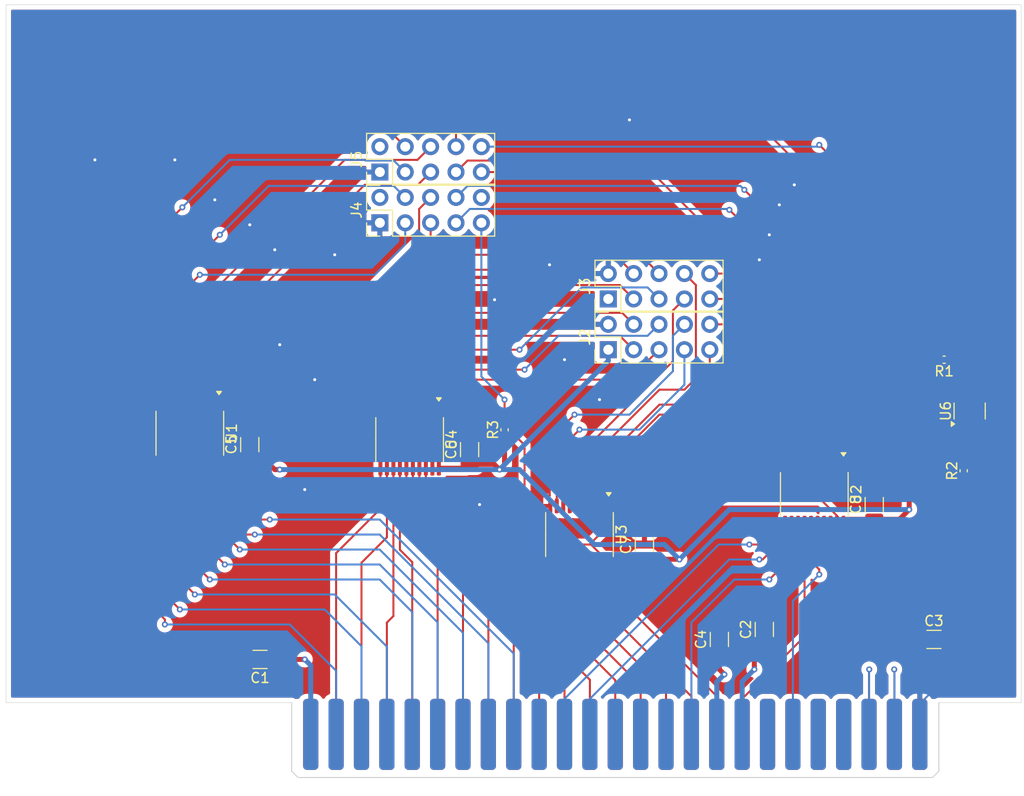
<source format=kicad_pcb>
(kicad_pcb (version 20240108) (generator "pcbnew") (generator_version "8.0")
  (layers (0 "F.Cu" signal) (31 "B.Cu" signal) (34 "B.Paste" user) (35 "F.Paste" user) (36 "B.SilkS" user "B.Silkscreen") (37 "F.SilkS" user "F.Silkscreen") (38 "B.Mask" user) (39 "F.Mask" user) (44 "Edge.Cuts" user))
  (net 0 "")
  (net 1 "/INTINOUT")
  (net 2 "/BUS_PHI0")
  (net 3 "/BUS_A14")
  (net 4 "/DMAINOUT")
  (net 10 "/BUS_M2SEL")
  (net 11 "/BUS_A3")
  (net 13 "/BUS_A1")
  (net 16 "/BUS_D4")
  (net 17 "/BUS_A8")
  (net 18 "/BUS_A11")
  (net 19 "/BUS_A10")
  (net 21 "/BUS_D2")
  (net 22 "/BUS_A9")
  (net 23 "/BUS_D0")
  (net 24 "/BUS_D3")
  (net 26 "/BUS_D5")
  (net 27 "/BUS_A13")
  (net 28 "/BUS_A12")
  (net 29 "/BUS_A15")
  (net 30 "/BUS_A5")
  (net 31 "/BUS_D1")
  (net 32 "/BUS_D7")
  (net 33 "/BUS_A6")
  (net 35 "/BUS_A2")
  (net 36 "/BUS_R~{W}")
  (net 37 "/BUS_M2B0")
  (net 39 "/~{RES}")
  (net 40 "/BUS_A7")
  (net 41 "/BUS_A4")
  (net 42 "/BUS_A0")
  (net 43 "/BUS_D6")
  (net 44 "/C49")
  (net 45 "/C43")
  (net 46 "/C48")
  (net 47 "/C39")
  (net 48 "/C42")
  (net 49 "/C46")
  (net 50 "/C45")
  (net 52 "/C8")
  (net 54 "/C9")
  (net 55 "/C2")
  (net 56 "/C6")
  (net 57 "/C5")
  (net 59 "/B12")
  (net 60 "/B5")
  (net 61 "/B2")
  (net 62 "/B11")
  (net 63 "/B8")
  (net 64 "/B6")
  (net 65 "/B3")
  (net 66 "/B9")
  (net 67 "/B40")
  (net 68 "/B39")
  (net 69 "/B45")
  (net 70 "/B48")
  (net 71 "/B43")
  (net 72 "/B46")
  (net 73 "/B49")
  (net 74 "/B42")
  (net 75 "+12V")
  (net 76 "GND")
  (net 77 "-12V")
  (net 78 "+5V")
  (net 79 "-5V")
  (net 81 "/C40")
  (net 82 "/C3")
  (net 83 "/C11")
  (net 84 "/C12")
  (net 85 "+3V3")
  (net 86 "Net-(R2-Pad2)")
  (footprint "Connector_PinHeader_2.54mm:PinHeader_2x05_P2.54mm_Vertical" (layer "F.Cu") (at 176.02 102.8 90)
    (property "Reference" "J4")
    (property "Value" "Conn_02x05_Odd_Even")
  )
  (footprint "Package_SO:TSSOP-20_4.4x6.5mm_P0.65mm" (layer "F.Cu") (at 196 134 -90)
    (property "Reference" "U3")
    (property "Value" "74LS245")
  )
  (footprint "Capacitor_SMD:C_1206_3216Metric" (layer "F.Cu") (at 164.025 146.5 180)
    (property "Reference" "C1")
    (property "Value" "C")
  )
  (footprint "Capacitor_SMD:C_1206_3216Metric" (layer "F.Cu") (at 185 125.5 90)
    (property "Reference" "C6")
    (property "Value" "C")
  )
  (footprint "appletini_board_v2:AppleIIBus_Edge" (layer "F.Cu") (at 199.58 154)
    (property "Reference" "J1")
    (property "Value" "Conn_02x25_Counter_Clockwise")
    (fp_line (start -32.385 3.683) (end -32.385 -3.175) (stroke (width 0.1)) (layer "Edge.Cuts"))
    (fp_line (start -31.75 4.318) (end -32.385 3.683) (stroke (width 0.1)) (layer "Edge.Cuts"))
    (fp_line (start 31.75 4.318) (end -31.75 4.318) (stroke (width 0.1)) (layer "Edge.Cuts"))
    (fp_line (start 31.75 4.318) (end 32.385 3.683) (stroke (width 0.1)) (layer "Edge.Cuts"))
    (fp_line (start 32.385 -3.175) (end 32.385 3.683) (stroke (width 0.1)) (layer "Edge.Cuts"))
  )
  (footprint "Capacitor_SMD:C_1206_3216Metric" (layer "F.Cu") (at 231.475 144.5)
    (property "Reference" "C3")
    (property "Value" "C")
  )
  (footprint "Capacitor_SMD:C_1206_3216Metric" (layer "F.Cu") (at 210 144.5 90)
    (property "Reference" "C4")
    (property "Value" "C")
  )
  (footprint "Capacitor_SMD:C_1206_3216Metric" (layer "F.Cu") (at 225.5 131 90)
    (property "Reference" "C8")
    (property "Value" "C")
  )
  (footprint "Capacitor_SMD:C_0402_1005Metric" (layer "F.Cu") (at 232.5 116.5 180)
    (property "Reference" "R1")
    (property "Value" "R_US")
  )
  (footprint "Connector_PinHeader_2.54mm:PinHeader_2x05_P2.54mm_Vertical" (layer "F.Cu") (at 176.02 97.72 90)
    (property "Reference" "J5")
    (property "Value" "Conn_02x05_Odd_Even")
  )
  (footprint "Connector_PinHeader_2.54mm:PinHeader_2x05_P2.54mm_Vertical" (layer "F.Cu") (at 198.88 110.42 90)
    (property "Reference" "J3")
    (property "Value" "Conn_02x05_Odd_Even")
  )
  (footprint "Package_SO:TSSOP-20_4.4x6.5mm_P0.65mm" (layer "F.Cu") (at 219.5 130 -90)
    (property "Reference" "U2")
    (property "Value" "74LS245")
  )
  (footprint "Capacitor_SMD:C_1206_3216Metric" (layer "F.Cu") (at 202.5 135 90)
    (property "Reference" "C7")
    (property "Value" "C")
  )
  (footprint "Capacitor_SMD:C_0402_1005Metric" (layer "F.Cu") (at 234.45 127.6175 90)
    (property "Reference" "R2")
    (property "Value" "R_US")
  )
  (footprint "Connector_PinHeader_2.54mm:PinHeader_2x05_P2.54mm_Vertical" (layer "F.Cu") (at 198.88 115.5 90)
    (property "Reference" "J2")
    (property "Value" "Conn_02x05_Odd_Even")
  )
  (footprint "Package_SO:TSSOP-20_4.4x6.5mm_P0.65mm" (layer "F.Cu") (at 157 123.8625 -90)
    (property "Reference" "U1")
    (property "Value" "74LS245")
  )
  (footprint "Capacitor_SMD:C_1206_3216Metric" (layer "F.Cu") (at 214.5 143.5 90)
    (property "Reference" "C2")
    (property "Value" "C")
  )
  (footprint "Capacitor_SMD:C_0402_1005Metric" (layer "F.Cu") (at 188.5 123.52 90)
    (property "Reference" "R3")
    (property "Value" "R_US")
  )
  (footprint "Package_SO:TSSOP-20_4.4x6.5mm_P0.65mm" (layer "F.Cu") (at 179 124.5 -90)
    (property "Reference" "U4")
    (property "Value" "74LS245")
  )
  (footprint "Capacitor_SMD:C_1206_3216Metric" (layer "F.Cu") (at 163 125 90)
    (property "Reference" "C5")
    (property "Value" "C")
  )
  (footprint "Package_TO_SOT_SMD:SOT-23-5" (layer "F.Cu") (at 235.05 121.6375 90)
    (property "Reference" "U6")
    (property "Value" "74LVC1G04")
  )
  (gr_line (start 240.2074 80.975) (end 138.6074 80.975) (stroke (width 0.05)) (layer "Edge.Cuts"))
  (gr_line (start 138.6074 80.975) (end 138.6074 150.825) (stroke (width 0.05)) (layer "Edge.Cuts"))
  (gr_line (start 240.2074 150.825) (end 240.2074 80.975) (stroke (width 0.05)) (layer "Edge.Cuts"))
  (gr_line (start 138.6074 150.825) (end 167.195 150.825) (stroke (width 0.05)) (layer "Edge.Cuts"))
  (gr_line (start 231.965 150.825) (end 240.2074 150.825) (stroke (width 0.05)) (layer "Edge.Cuts"))
  (segment (start 224.98 147.52) (end 225 147.5) (width 0.2) (layer "F.Cu") (net 1))
  (segment (start 224.98 154) (end 224.98 147.52) (width 0.2) (layer "F.Cu") (net 1))
  (via (at 225 147.5) (size 0.6) (drill 0.3) (layers "F.Cu" "B.Cu") (net 1))
  (segment (start 224.98 147.52) (end 225 147.5) (width 0.2) (layer "B.Cu") (net 1))
  (segment (start 224.98 154) (end 224.98 147.52) (width 0.2) (layer "B.Cu") (net 1))
  (segment (start 214.4375 135) (end 216.575 132.8625) (width 0.2) (layer "F.Cu") (net 2))
  (segment (start 213 135) (end 214.4375 135) (width 0.2) (layer "F.Cu") (net 2))
  (via (at 213 135) (size 0.6) (drill 0.3) (layers "F.Cu" "B.Cu") (net 2))
  (segment (start 194.5 154) (end 194.5 150.444) (width 0.2) (layer "B.Cu") (net 2))
  (segment (start 194.5 150.444) (end 209.944 135) (width 0.2) (layer "B.Cu") (net 2))
  (segment (start 209.944 135) (end 213 135) (width 0.2) (layer "B.Cu") (net 2))
  (segment (start 196.975 139.975) (end 196.975 136.8625) (width 0.2) (layer "F.Cu") (net 3))
  (segment (start 207.2 154) (end 207.2 150.2) (width 0.2) (layer "F.Cu") (net 3))
  (segment (start 207.2 150.2) (end 196.975 139.975) (width 0.2) (layer "F.Cu") (net 3))
  (segment (start 227.52 154) (end 227.52 147.52) (width 0.2) (layer "F.Cu") (net 4))
  (segment (start 227.52 147.52) (end 227.5 147.5) (width 0.2) (layer "F.Cu") (net 4))
  (via (at 227.5 147.5) (size 0.6) (drill 0.3) (layers "F.Cu" "B.Cu") (net 4))
  (segment (start 227.52 147.52) (end 227.5 147.5) (width 0.2) (layer "B.Cu") (net 4))
  (segment (start 227.52 154) (end 227.52 147.52) (width 0.2) (layer "B.Cu") (net 4))
  (segment (start 214 136.5) (end 214.324999 136.5) (width 0.2) (layer "F.Cu") (net 10))
  (segment (start 214.324999 136.5) (end 217.225 133.599999) (width 0.2) (layer "F.Cu") (net 10))
  (segment (start 217.225 133.599999) (end 217.225 132.8625) (width 0.2) (layer "F.Cu") (net 10))
  (via (at 214 136.5) (size 0.6) (drill 0.3) (layers "F.Cu" "B.Cu") (net 10))
  (segment (start 197.04 150.444) (end 210.984 136.5) (width 0.2) (layer "B.Cu") (net 10))
  (segment (start 210.984 136.5) (end 214 136.5) (width 0.2) (layer "B.Cu") (net 10))
  (segment (start 197.04 154) (end 197.04 150.444) (width 0.2) (layer "B.Cu") (net 10))
  (segment (start 179.26 154) (end 179.26 136.76) (width 0.2) (layer "F.Cu") (net 11))
  (segment (start 178.025 135.525) (end 178.025 127.3625) (width 0.2) (layer "F.Cu") (net 11))
  (segment (start 179.26 136.76) (end 178.025 135.525) (width 0.2) (layer "F.Cu") (net 11))
  (segment (start 176.725 134.275) (end 176.725 127.3625) (width 0.2) (layer "F.Cu") (net 13))
  (segment (start 174.18 154) (end 174.18 136.82) (width 0.2) (layer "F.Cu") (net 13))
  (segment (start 174.18 136.82) (end 176.725 134.275) (width 0.2) (layer "F.Cu") (net 13))
  (segment (start 160.5 137) (end 156.675 133.175) (width 0.2) (layer "F.Cu") (net 16))
  (segment (start 156.675 133.175) (end 156.675 126.725) (width 0.2) (layer "F.Cu") (net 16))
  (via (at 160.5 137) (size 0.6) (drill 0.3) (layers "F.Cu" "B.Cu") (net 16))
  (segment (start 176 137) (end 160.5 137) (width 0.2) (layer "B.Cu") (net 16))
  (segment (start 181.8 154) (end 181.8 142.8) (width 0.2) (layer "B.Cu") (net 16))
  (segment (start 181.8 142.8) (end 176 137) (width 0.2) (layer "B.Cu") (net 16))
  (segment (start 191.96 140.04) (end 193.075 138.925) (width 0.2) (layer "F.Cu") (net 17))
  (segment (start 191.96 154) (end 191.96 140.04) (width 0.2) (layer "F.Cu") (net 17))
  (segment (start 193.075 138.925) (end 193.075 136.8625) (width 0.2) (layer "F.Cu") (net 17))
  (segment (start 199.58 148.576728) (end 195.025 144.021728) (width 0.2) (layer "F.Cu") (net 18))
  (segment (start 195.025 144.021728) (end 195.025 136.8625) (width 0.2) (layer "F.Cu") (net 18))
  (segment (start 199.58 154) (end 199.58 148.576728) (width 0.2) (layer "F.Cu") (net 18))
  (segment (start 197.04 154) (end 197.04 148.54) (width 0.2) (layer "F.Cu") (net 19))
  (segment (start 197.04 148.54) (end 194.375 145.875) (width 0.2) (layer "F.Cu") (net 19))
  (segment (start 194.375 145.875) (end 194.375 136.8625) (width 0.2) (layer "F.Cu") (net 19))
  (segment (start 157.5 140) (end 155.375 137.875) (width 0.2) (layer "F.Cu") (net 21))
  (segment (start 155.375 137.875) (end 155.375 126.725) (width 0.2) (layer "F.Cu") (net 21))
  (via (at 157.5 140) (size 0.6) (drill 0.3) (layers "F.Cu" "B.Cu") (net 21))
  (segment (start 176.72 154) (end 176.72 145.22) (width 0.2) (layer "B.Cu") (net 21))
  (segment (start 171.5 140) (end 157.5 140) (width 0.2) (layer "B.Cu") (net 21))
  (segment (start 176.72 145.22) (end 171.5 140) (width 0.2) (layer "B.Cu") (net 21))
  (segment (start 193.725 148.225) (end 193.725 136.8625) (width 0.2) (layer "F.Cu") (net 22))
  (segment (start 194.5 154) (end 194.5 149) (width 0.2) (layer "F.Cu") (net 22))
  (segment (start 194.5 149) (end 193.725 148.225) (width 0.2) (layer "F.Cu") (net 22))
  (segment (start 154.075 142.075) (end 154.075 126.725) (width 0.2) (layer "F.Cu") (net 23))
  (segment (start 154.5 142.5) (end 154.075 142.075) (width 0.2) (layer "F.Cu") (net 23))
  (segment (start 154.5 143) (end 154.5 142.5) (width 0.2) (layer "F.Cu") (net 23))
  (via (at 154.5 143) (size 0.6) (drill 0.3) (layers "F.Cu" "B.Cu") (net 23))
  (segment (start 171.64 147.64) (end 167 143) (width 0.2) (layer "B.Cu") (net 23))
  (segment (start 171.64 154) (end 171.64 147.64) (width 0.2) (layer "B.Cu") (net 23))
  (segment (start 167 143) (end 154.5 143) (width 0.2) (layer "B.Cu") (net 23))
  (segment (start 156.025 135.525) (end 156.025 126.725) (width 0.2) (layer "F.Cu") (net 24))
  (segment (start 159 138.5) (end 156.025 135.525) (width 0.2) (layer "F.Cu") (net 24))
  (via (at 159 138.5) (size 0.6) (drill 0.3) (layers "F.Cu" "B.Cu") (net 24))
  (segment (start 176 138.5) (end 159 138.5) (width 0.2) (layer "B.Cu") (net 24))
  (segment (start 179.26 141.76) (end 176 138.5) (width 0.2) (layer "B.Cu") (net 24))
  (segment (start 179.26 154) (end 179.26 141.76) (width 0.2) (layer "B.Cu") (net 24))
  (segment (start 157.325 130.825) (end 157.325 126.725) (width 0.2) (layer "F.Cu") (net 26))
  (segment (start 162 135.5) (end 157.325 130.825) (width 0.2) (layer "F.Cu") (net 26))
  (via (at 162 135.5) (size 0.6) (drill 0.3) (layers "F.Cu" "B.Cu") (net 26))
  (segment (start 184.34 143.84) (end 176 135.5) (width 0.2) (layer "B.Cu") (net 26))
  (segment (start 184.34 154) (end 184.34 143.84) (width 0.2) (layer "B.Cu") (net 26))
  (segment (start 176 135.5) (end 162 135.5) (width 0.2) (layer "B.Cu") (net 26))
  (segment (start 204.66 154) (end 204.66 149.66) (width 0.2) (layer "F.Cu") (net 27))
  (segment (start 196.325 141.325) (end 196.325 136.8625) (width 0.2) (layer "F.Cu") (net 27))
  (segment (start 204.66 149.66) (end 196.325 141.325) (width 0.2) (layer "F.Cu") (net 27))
  (segment (start 202.12 154) (end 202.12 149.12) (width 0.2) (layer "F.Cu") (net 28))
  (segment (start 202.12 149.12) (end 195.675 142.675) (width 0.2) (layer "F.Cu") (net 28))
  (segment (start 195.675 142.675) (end 195.675 136.8625) (width 0.2) (layer "F.Cu") (net 28))
  (segment (start 209.74 150.186728) (end 197.625 138.071728) (width 0.2) (layer "F.Cu") (net 29))
  (segment (start 197.625 138.071728) (end 197.625 136.8625) (width 0.2) (layer "F.Cu") (net 29))
  (segment (start 209.74 154) (end 209.74 150.186728) (width 0.2) (layer "F.Cu") (net 29))
  (segment (start 179.325 132.325) (end 184.34 137.34) (width 0.2) (layer "F.Cu") (net 30))
  (segment (start 184.34 137.34) (end 184.34 154) (width 0.2) (layer "F.Cu") (net 30))
  (segment (start 179.325 127.3625) (end 179.325 132.325) (width 0.2) (layer "F.Cu") (net 30))
  (segment (start 156 141.5) (end 154.725 140.225) (width 0.2) (layer "F.Cu") (net 31))
  (segment (start 154.725 140.225) (end 154.725 126.725) (width 0.2) (layer "F.Cu") (net 31))
  (via (at 156 141.5) (size 0.6) (drill 0.3) (layers "F.Cu" "B.Cu") (net 31))
  (segment (start 174.18 145.18) (end 170.5 141.5) (width 0.2) (layer "B.Cu") (net 31))
  (segment (start 170.5 141.5) (end 156 141.5) (width 0.2) (layer "B.Cu") (net 31))
  (segment (start 174.18 154) (end 174.18 145.18) (width 0.2) (layer "B.Cu") (net 31))
  (segment (start 162.5 132.5) (end 158.625 128.625) (width 0.2) (layer "F.Cu") (net 32))
  (segment (start 165 132.5) (end 162.5 132.5) (width 0.2) (layer "F.Cu") (net 32))
  (segment (start 158.625 128.625) (end 158.625 126.725) (width 0.2) (layer "F.Cu") (net 32))
  (via (at 165 132.5) (size 0.6) (drill 0.3) (layers "F.Cu" "B.Cu") (net 32))
  (segment (start 189.42 154) (end 189.42 145.92) (width 0.2) (layer "B.Cu") (net 32))
  (segment (start 176 132.5) (end 165 132.5) (width 0.2) (layer "B.Cu") (net 32))
  (segment (start 189.42 145.92) (end 176 132.5) (width 0.2) (layer "B.Cu") (net 32))
  (segment (start 179.975 127.3625) (end 179.975 130.975) (width 0.2) (layer "F.Cu") (net 33))
  (segment (start 179.975 130.975) (end 186.88 137.88) (width 0.2) (layer "F.Cu") (net 33))
  (segment (start 186.88 137.88) (end 186.88 154) (width 0.2) (layer "F.Cu") (net 33))
  (segment (start 176.72 142.812843) (end 177.375 142.157843) (width 0.2) (layer "F.Cu") (net 35))
  (segment (start 176.72 154) (end 176.72 142.812843) (width 0.2) (layer "F.Cu") (net 35))
  (segment (start 177.375 142.157843) (end 177.375 127.3625) (width 0.2) (layer "F.Cu") (net 35))
  (segment (start 218.525 144.199) (end 218.525 132.8625) (width 0.2) (layer "F.Cu") (net 36))
  (segment (start 212.28 154) (end 212.28 150.444) (width 0.2) (layer "F.Cu") (net 36))
  (segment (start 212.28 150.444) (end 218.525 144.199) (width 0.2) (layer "F.Cu") (net 36))
  (segment (start 215 138.5) (end 217.875 135.625) (width 0.2) (layer "F.Cu") (net 37))
  (segment (start 217.875 135.625) (end 217.875 132.8625) (width 0.2) (layer "F.Cu") (net 37))
  (via (at 215 138.5) (size 0.6) (drill 0.3) (layers "F.Cu" "B.Cu") (net 37))
  (segment (start 207.2 142.8) (end 211.5 138.5) (width 0.2) (layer "B.Cu") (net 37))
  (segment (start 207.2 154) (end 207.2 142.8) (width 0.2) (layer "B.Cu") (net 37))
  (segment (start 211.5 138.5) (end 215 138.5) (width 0.2) (layer "B.Cu") (net 37))
  (segment (start 220 138) (end 220 137.5) (width 0.2) (layer "F.Cu") (net 39))
  (segment (start 219.175 136.675) (end 219.175 132.8625) (width 0.2) (layer "F.Cu") (net 39))
  (segment (start 220 137.5) (end 219.175 136.675) (width 0.2) (layer "F.Cu") (net 39))
  (via (at 220 138) (size 0.6) (drill 0.3) (layers "F.Cu" "B.Cu") (net 39))
  (segment (start 217.36 154) (end 217.36 140.64) (width 0.2) (layer "B.Cu") (net 39))
  (segment (start 217.36 140.64) (end 220 138) (width 0.2) (layer "B.Cu") (net 39))
  (segment (start 180.625 127.3625) (end 180.625 129.125) (width 0.2) (layer "F.Cu") (net 40))
  (segment (start 180.625 129.125) (end 189.42 137.92) (width 0.2) (layer "F.Cu") (net 40))
  (segment (start 189.42 137.92) (end 189.42 154) (width 0.2) (layer "F.Cu") (net 40))
  (segment (start 181.8 136.8) (end 178.675 133.675) (width 0.2) (layer "F.Cu") (net 41))
  (segment (start 181.8 154) (end 181.8 136.8) (width 0.2) (layer "F.Cu") (net 41))
  (segment (start 178.675 133.675) (end 178.675 127.3625) (width 0.2) (layer "F.Cu") (net 41))
  (segment (start 176.075 131.425) (end 176.075 127.3625) (width 0.2) (layer "F.Cu") (net 42))
  (segment (start 171.64 154) (end 171.64 135.86) (width 0.2) (layer "F.Cu") (net 42))
  (segment (start 171.64 135.86) (end 176.075 131.425) (width 0.2) (layer "F.Cu") (net 42))
  (segment (start 163.5 134) (end 162.5 134) (width 0.2) (layer "F.Cu") (net 43))
  (segment (start 162.5 134) (end 157.975 129.475) (width 0.2) (layer "F.Cu") (net 43))
  (segment (start 157.975 129.475) (end 157.975 126.725) (width 0.2) (layer "F.Cu") (net 43))
  (via (at 163.5 134) (size 0.6) (drill 0.3) (layers "F.Cu" "B.Cu") (net 43))
  (segment (start 176 134) (end 163.5 134) (width 0.2) (layer "B.Cu") (net 43))
  (segment (start 186.88 144.88) (end 176 134) (width 0.2) (layer "B.Cu") (net 43))
  (segment (start 186.88 154) (end 186.88 144.88) (width 0.2) (layer "B.Cu") (net 43))
  (segment (start 158 108) (end 156.675 109.325) (width 0.2) (layer "F.Cu") (net 44))
  (segment (start 156.675 109.325) (end 156.675 121) (width 0.2) (layer "F.Cu") (net 44))
  (via (at 158 108) (size 0.6) (drill 0.3) (layers "F.Cu" "B.Cu") (net 44))
  (segment (start 158 108) (end 175.5 108) (width 0.2) (layer "B.Cu") (net 44))
  (segment (start 178.56 104.94) (end 178.56 102.8) (width 0.2) (layer "B.Cu") (net 44))
  (segment (start 175.5 108) (end 178.56 104.94) (width 0.2) (layer "B.Cu") (net 44))
  (segment (start 217.875 108.375) (end 217.875 127.1375) (width 0.2) (layer "F.Cu") (net 45))
  (segment (start 211 101.5) (end 217.875 108.375) (width 0.2) (layer "F.Cu") (net 45))
  (via (at 211 101.5) (size 0.6) (drill 0.3) (layers "F.Cu" "B.Cu") (net 45))
  (segment (start 185.03 101.41) (end 183.64 102.8) (width 0.2) (layer "B.Cu") (net 45))
  (segment (start 211 101.5) (end 210.91 101.41) (width 0.2) (layer "B.Cu") (net 45))
  (segment (start 210.91 101.41) (end 185.03 101.41) (width 0.2) (layer "B.Cu") (net 45))
  (segment (start 155 119) (end 156.025 120.025) (width 0.2) (layer "F.Cu") (net 46))
  (segment (start 156.025 120.025) (end 156.025 121) (width 0.2) (layer "F.Cu") (net 46))
  (segment (start 160 104) (end 155 109) (width 0.2) (layer "F.Cu") (net 46))
  (segment (start 155 109) (end 155 119) (width 0.2) (layer "F.Cu") (net 46))
  (via (at 160 104) (size 0.6) (drill 0.3) (layers "F.Cu" "B.Cu") (net 46))
  (segment (start 177.41 99.11) (end 178.56 100.26) (width 0.2) (layer "B.Cu") (net 46))
  (segment (start 164.89 99.11) (end 177.41 99.11) (width 0.2) (layer "B.Cu") (net 46))
  (segment (start 160 104) (end 164.89 99.11) (width 0.2) (layer "B.Cu") (net 46))
  (segment (start 218.525 127.1375) (end 218.525 105.525) (width 0.2) (layer "F.Cu") (net 48))
  (segment (start 218.525 105.525) (end 212.5 99.5) (width 0.2) (layer "F.Cu") (net 48))
  (via (at 212.5 99.5) (size 0.6) (drill 0.3) (layers "F.Cu" "B.Cu") (net 48))
  (segment (start 212.11 99.11) (end 184.79 99.11) (width 0.2) (layer "B.Cu") (net 48))
  (segment (start 184.79 99.11) (end 183.64 100.26) (width 0.2) (layer "B.Cu") (net 48))
  (segment (start 212.5 99.5) (end 212.11 99.11) (width 0.2) (layer "B.Cu") (net 48))
  (segment (start 159.275 119.725) (end 162 117) (width 0.2) (layer "F.Cu") (net 49))
  (segment (start 169 117) (end 181.1 104.9) (width 0.2) (layer "F.Cu") (net 49))
  (segment (start 181.1 104.9) (end 181.1 102.8) (width 0.2) (layer "F.Cu") (net 49))
  (segment (start 159.275 121) (end 159.275 119.725) (width 0.2) (layer "F.Cu") (net 49))
  (segment (start 162 117) (end 169 117) (width 0.2) (layer "F.Cu") (net 49))
  (segment (start 171.5 113) (end 179.95 104.55) (width 0.2) (layer "F.Cu") (net 50))
  (segment (start 158.625 121) (end 158.625 117.875) (width 0.2) (layer "F.Cu") (net 50))
  (segment (start 179.95 101.41) (end 181.1 100.26) (width 0.2) (layer "F.Cu") (net 50))
  (segment (start 179.95 104.55) (end 179.95 101.41) (width 0.2) (layer "F.Cu") (net 50))
  (segment (start 158.625 117.875) (end 163.5 113) (width 0.2) (layer "F.Cu") (net 50))
  (segment (start 163.5 113) (end 171.5 113) (width 0.2) (layer "F.Cu") (net 50))
  (segment (start 219.175 127.1375) (end 219.175 102.675) (width 0.2) (layer "F.Cu") (net 52))
  (segment (start 219.175 102.675) (end 213.07 96.57) (width 0.2) (layer "F.Cu") (net 52))
  (segment (start 184.79 96.57) (end 183.64 97.72) (width 0.2) (layer "F.Cu") (net 52))
  (segment (start 213.07 96.57) (end 184.79 96.57) (width 0.2) (layer "F.Cu") (net 52))
  (segment (start 183.64 93.36) (end 183.64 95.18) (width 0.2) (layer "F.Cu") (net 54))
  (segment (start 210.5 89.5) (end 187.5 89.5) (width 0.2) (layer "F.Cu") (net 54))
  (segment (start 219.825 98.825) (end 210.5 89.5) (width 0.2) (layer "F.Cu") (net 54))
  (segment (start 187.5 89.5) (end 183.64 93.36) (width 0.2) (layer "F.Cu") (net 54))
  (segment (start 219.825 127.1375) (end 219.825 98.825) (width 0.2) (layer "F.Cu") (net 54))
  (segment (start 155.375 120.344044) (end 155.375 121) (width 0.2) (layer "F.Cu") (net 55))
  (segment (start 153.5 104) (end 153.5 118.469044) (width 0.2) (layer "F.Cu") (net 55))
  (segment (start 153.5 118.469044) (end 155.375 120.344044) (width 0.2) (layer "F.Cu") (net 55))
  (segment (start 156.25 101.25) (end 153.5 104) (width 0.2) (layer "F.Cu") (net 55))
  (via (at 156.25 101.25) (size 0.6) (drill 0.3) (layers "F.Cu" "B.Cu") (net 55))
  (segment (start 156.25 101.25) (end 161 96.5) (width 0.2) (layer "B.Cu") (net 55))
  (segment (start 174.5 96.5) (end 174.57 96.57) (width 0.2) (layer "B.Cu") (net 55))
  (segment (start 174.57 96.57) (end 177.41 96.57) (width 0.2) (layer "B.Cu") (net 55))
  (segment (start 161 96.5) (end 174.5 96.5) (width 0.2) (layer "B.Cu") (net 55))
  (segment (start 177.41 96.57) (end 178.56 97.72) (width 0.2) (layer "B.Cu") (net 55))
  (segment (start 172.5 96.5) (end 179.78 96.5) (width 0.2) (layer "F.Cu") (net 56))
  (segment (start 157.325 121) (end 157.325 111.675) (width 0.2) (layer "F.Cu") (net 56))
  (segment (start 179.78 96.5) (end 181.1 95.18) (width 0.2) (layer "F.Cu") (net 56))
  (segment (start 157.325 111.675) (end 172.5 96.5) (width 0.2) (layer "F.Cu") (net 56))
  (segment (start 157.975 115.525) (end 157.975 121) (width 0.2) (layer "F.Cu") (net 57))
  (segment (start 179.82 99) (end 174.5 99) (width 0.2) (layer "F.Cu") (net 57))
  (segment (start 174.5 99) (end 157.975 115.525) (width 0.2) (layer "F.Cu") (net 57))
  (segment (start 181.1 97.72) (end 179.82 99) (width 0.2) (layer "F.Cu") (net 57))
  (segment (start 197.625 131.1375) (end 197.625 129.875) (width 0.2) (layer "F.Cu") (net 59))
  (segment (start 214 119.5) (end 214 113) (width 0.2) (layer "F.Cu") (net 59))
  (segment (start 211.42 110.42) (end 209.04 110.42) (width 0.2) (layer "F.Cu") (net 59))
  (segment (start 197.625 129.875) (end 204 123.5) (width 0.2) (layer "F.Cu") (net 59))
  (segment (start 214 113) (end 211.42 110.42) (width 0.2) (layer "F.Cu") (net 59))
  (segment (start 204 123.5) (end 210 123.5) (width 0.2) (layer "F.Cu") (net 59))
  (segment (start 210 123.5) (end 214 119.5) (width 0.2) (layer "F.Cu") (net 59))
  (segment (start 182 106) (end 187.5 106) (width 0.2) (layer "F.Cu") (net 60))
  (segment (start 187.5 106) (end 189.5 104) (width 0.2) (layer "F.Cu") (net 60))
  (segment (start 176.725 121.6375) (end 176.725 111.275) (width 0.2) (layer "F.Cu") (net 60))
  (segment (start 176.725 111.275) (end 182 106) (width 0.2) (layer "F.Cu") (net 60))
  (segment (start 189.5 104) (end 200.08 104) (width 0.2) (layer "F.Cu") (net 60))
  (segment (start 200.08 104) (end 203.96 107.88) (width 0.2) (layer "F.Cu") (net 60))
  (segment (start 177.375 121.6375) (end 177.375 112.125) (width 0.2) (layer "F.Cu") (net 61))
  (segment (start 199.04 105.5) (end 201.42 107.88) (width 0.2) (layer "F.Cu") (net 61))
  (segment (start 188.5 107.5) (end 190.5 105.5) (width 0.2) (layer "F.Cu") (net 61))
  (segment (start 182 107.5) (end 188.5 107.5) (width 0.2) (layer "F.Cu") (net 61))
  (segment (start 177.375 112.125) (end 182 107.5) (width 0.2) (layer "F.Cu") (net 61))
  (segment (start 190.5 105.5) (end 199.04 105.5) (width 0.2) (layer "F.Cu") (net 61))
  (segment (start 198.275 131.1375) (end 198.275 130.400001) (width 0.2) (layer "F.Cu") (net 62))
  (segment (start 198.275 130.400001) (end 203.675001 125) (width 0.2) (layer "F.Cu") (net 62))
  (segment (start 210 125) (end 215.5 119.5) (width 0.2) (layer "F.Cu") (net 62))
  (segment (start 210.88 107.88) (end 209.04 107.88) (width 0.2) (layer "F.Cu") (net 62))
  (segment (start 203.675001 125) (end 210 125) (width 0.2) (layer "F.Cu") (net 62))
  (segment (start 215.5 112.5) (end 210.88 107.88) (width 0.2) (layer "F.Cu") (net 62))
  (segment (start 215.5 119.5) (end 215.5 112.5) (width 0.2) (layer "F.Cu") (net 62))
  (segment (start 195.675 131.1375) (end 195.675 127.825) (width 0.2) (layer "F.Cu") (net 63))
  (segment (start 195.675 127.825) (end 204 119.5) (width 0.2) (layer "F.Cu") (net 63))
  (segment (start 206.5 119.5) (end 207.65 118.35) (width 0.2) (layer "F.Cu") (net 63))
  (segment (start 204 119.5) (end 206.5 119.5) (width 0.2) (layer "F.Cu") (net 63))
  (segment (start 207.65 109.03) (end 206.5 107.88) (width 0.2) (layer "F.Cu") (net 63))
  (segment (start 207.65 118.35) (end 207.65 109.03) (width 0.2) (layer "F.Cu") (net 63))
  (segment (start 179.975 117.025) (end 179.975 121.6375) (width 0.2) (layer "F.Cu") (net 64))
  (segment (start 181.5 115.5) (end 179.975 117.025) (width 0.2) (layer "F.Cu") (net 64))
  (segment (start 190 115.5) (end 181.5 115.5) (width 0.2) (layer "F.Cu") (net 64))
  (via (at 190 115.5) (size 0.6) (drill 0.3) (layers "F.Cu" "B.Cu") (net 64))
  (segment (start 202.81 109.27) (end 203.96 110.42) (width 0.2) (layer "B.Cu") (net 64))
  (segment (start 196.23 109.27) (end 202.81 109.27) (width 0.2) (layer "B.Cu") (net 64))
  (segment (start 190 115.5) (end 196.23 109.27) (width 0.2) (layer "B.Cu") (net 64))
  (segment (start 200.03 109.03) (end 201.42 110.42) (width 0.2) (layer "F.Cu") (net 65))
  (segment (start 178.025 121.6375) (end 178.025 112.975) (width 0.2) (layer "F.Cu") (net 65))
  (segment (start 181.97 109.03) (end 200.03 109.03) (width 0.2) (layer "F.Cu") (net 65))
  (segment (start 178.025 112.975) (end 181.97 109.03) (width 0.2) (layer "F.Cu") (net 65))
  (segment (start 195.025 131.1375) (end 195.025 126.975) (width 0.2) (layer "F.Cu") (net 66))
  (segment (start 205.35 111.57) (end 206.5 110.42) (width 0.2) (layer "F.Cu") (net 66))
  (segment (start 195.025 126.975) (end 205.35 116.65) (width 0.2) (layer "F.Cu") (net 66))
  (segment (start 205.35 116.65) (end 205.35 111.57) (width 0.2) (layer "F.Cu") (net 66))
  (segment (start 196.975 131.1375) (end 196.975 129.025) (width 0.2) (layer "F.Cu") (net 67))
  (segment (start 209 122) (end 212 119) (width 0.2) (layer "F.Cu") (net 67))
  (segment (start 210.96 112.96) (end 209.04 112.96) (width 0.2) (layer "F.Cu") (net 67))
  (segment (start 204 122) (end 209 122) (width 0.2) (layer "F.Cu") (net 67))
  (segment (start 196.975 129.025) (end 204 122) (width 0.2) (layer "F.Cu") (net 67))
  (segment (start 212 114) (end 210.96 112.96) (width 0.2) (layer "F.Cu") (net 67))
  (segment (start 212 119) (end 212 114) (width 0.2) (layer "F.Cu") (net 67))
  (segment (start 196.325 131.1375) (end 196.325 128.675) (width 0.2) (layer "F.Cu") (net 68))
  (segment (start 209.04 119.46) (end 209.04 115.5) (width 0.2) (layer "F.Cu") (net 68))
  (segment (start 207.5 121) (end 209.04 119.46) (width 0.2) (layer "F.Cu") (net 68))
  (segment (start 204 121) (end 207.5 121) (width 0.2) (layer "F.Cu") (net 68))
  (segment (start 196.325 128.675) (end 204 121) (width 0.2) (layer "F.Cu") (net 68))
  (segment (start 181.275 119.725) (end 182.5 118.5) (width 0.2) (layer "F.Cu") (net 69))
  (segment (start 181.275 121.6375) (end 181.275 119.725) (width 0.2) (layer "F.Cu") (net 69))
  (segment (start 182.5 118.5) (end 200.96 118.5) (width 0.2) (layer "F.Cu") (net 69))
  (segment (start 200.96 118.5) (end 203.96 115.5) (width 0.2) (layer "F.Cu") (net 69))
  (segment (start 180.39 114.11) (end 200.03 114.11) (width 0.2) (layer "F.Cu") (net 70))
  (segment (start 179.325 121.6375) (end 179.325 115.175) (width 0.2) (layer "F.Cu") (net 70))
  (segment (start 179.325 115.175) (end 180.39 114.11) (width 0.2) (layer "F.Cu") (net 70))
  (segment (start 200.03 114.11) (end 201.42 115.5) (width 0.2) (layer "F.Cu") (net 70))
  (segment (start 193.725 131.1375) (end 193.725 123.775) (width 0.2) (layer "F.Cu") (net 71))
  (segment (start 193.725 123.775) (end 195.5 122) (width 0.2) (layer "F.Cu") (net 71))
  (via (at 195.5 122) (size 0.6) (drill 0.3) (layers "F.Cu" "B.Cu") (net 71))
  (segment (start 205.35 114.11) (end 206.5 112.96) (width 0.2) (layer "B.Cu") (net 71))
  (segment (start 201 122) (end 205.35 117.65) (width 0.2) (layer "B.Cu") (net 71))
  (segment (start 195.5 122) (end 201 122) (width 0.2) (layer "B.Cu") (net 71))
  (segment (start 205.35 117.65) (end 205.35 114.11) (width 0.2) (layer "B.Cu") (net 71))
  (segment (start 190.5 117.5) (end 181.5 117.5) (width 0.2) (layer "F.Cu") (net 72))
  (segment (start 181.5 117.5) (end 180.625 118.375) (width 0.2) (layer "F.Cu") (net 72))
  (segment (start 180.625 118.375) (end 180.625 121.6375) (width 0.2) (layer "F.Cu") (net 72))
  (via (at 190.5 117.5) (size 0.6) (drill 0.3) (layers "F.Cu" "B.Cu") (net 72))
  (segment (start 202.81 114.11) (end 203.96 112.96) (width 0.2) (layer "B.Cu") (net 72))
  (segment (start 190.5 117.5) (end 193.89 114.11) (width 0.2) (layer "B.Cu") (net 72))
  (segment (start 193.89 114.11) (end 202.81 114.11) (width 0.2) (layer "B.Cu") (net 72))
  (segment (start 200.27 111.81) (end 201.42 112.96) (width 0.2) (layer "F.Cu") (net 73))
  (segment (start 178.675 113.825) (end 180.69 111.81) (width 0.2) (layer "F.Cu") (net 73))
  (segment (start 180.69 111.81) (end 200.27 111.81) (width 0.2) (layer "F.Cu") (net 73))
  (segment (start 178.675 121.6375) (end 178.675 113.825) (width 0.2) (layer "F.Cu") (net 73))
  (segment (start 194.375 131.1375) (end 194.375 125.125) (width 0.2) (layer "F.Cu") (net 74))
  (segment (start 194.375 125.125) (end 196 123.5) (width 0.2) (layer "F.Cu") (net 74))
  (via (at 196 123.5) (size 0.6) (drill 0.3) (layers "F.Cu" "B.Cu") (net 74))
  (segment (start 202 123.5) (end 206.5 119) (width 0.2) (layer "B.Cu") (net 74))
  (segment (start 206.5 119) (end 206.5 115.5) (width 0.2) (layer "B.Cu") (net 74))
  (segment (start 196 123.5) (end 202 123.5) (width 0.2) (layer "B.Cu") (net 74))
  (segment (start 165.5 146.5) (end 168.5 146.5) (width 0.5) (layer "F.Cu") (net 75))
  (via (at 168.5 146.5) (size 0.6) (drill 0.3) (layers "F.Cu" "B.Cu") (net 75))
  (segment (start 169.1 147.1) (end 168.5 146.5) (width 0.5) (layer "B.Cu") (net 75))
  (segment (start 169.1 154) (end 169.1 147.1) (width 0.5) (layer "B.Cu") (net 75))
  (via (at 198 120.5) (size 0.6) (drill 0.3) (layers "F.Cu" "B.Cu") (net 76))
  (via (at 163 103) (size 0.6) (drill 0.3) (layers "F.Cu" "B.Cu") (net 76))
  (via (at 166 115) (size 0.6) (drill 0.3) (layers "F.Cu" "B.Cu") (net 76))
  (via (at 214 106.5) (size 0.6) (drill 0.3) (layers "F.Cu" "B.Cu") (net 76))
  (via (at 187.5 110.5) (size 0.6) (drill 0.3) (layers "F.Cu" "B.Cu") (net 76))
  (via (at 201 92.5) (size 0.6) (drill 0.3) (layers "F.Cu" "B.Cu") (net 76))
  (via (at 147.5 96.5) (size 0.6) (drill 0.3) (layers "F.Cu" "B.Cu") (net 76))
  (via (at 169.5 118.5) (size 0.6) (drill 0.3) (layers "F.Cu" "B.Cu") (net 76))
  (via (at 168.5 129.5) (size 0.6) (drill 0.3) (layers "F.Cu" "B.Cu") (net 76))
  (via (at 186 131) (size 0.6) (drill 0.3) (layers "F.Cu" "B.Cu") (net 76))
  (via (at 217.5 99) (size 0.6) (drill 0.3) (layers "F.Cu" "B.Cu") (net 76))
  (via (at 193 107) (size 0.6) (drill 0.3) (layers "F.Cu" "B.Cu") (net 76))
  (via (at 194.5 116.5) (size 0.6) (drill 0.3) (layers "F.Cu" "B.Cu") (net 76))
  (via (at 155.5 96.5) (size 0.6) (drill 0.3) (layers "F.Cu" "B.Cu") (net 76))
  (via (at 216 101) (size 0.6) (drill 0.3) (layers "F.Cu" "B.Cu") (net 76))
  (via (at 159.5 100.5) (size 0.6) (drill 0.3) (layers "F.Cu" "B.Cu") (net 76))
  (via (at 215 104) (size 0.6) (drill 0.3) (layers "F.Cu" "B.Cu") (net 76))
  (via (at 171.5 106) (size 0.6) (drill 0.3) (layers "F.Cu" "B.Cu") (net 76))
  (via (at 165.5 105.5) (size 0.6) (drill 0.3) (layers "F.Cu" "B.Cu") (net 76))
  (segment (start 230.06 154) (end 230.06 150.94) (width 0.2) (layer "B.Cu") (net 76))
  (segment (start 230.06 150.94) (end 233 148) (width 0.2) (layer "B.Cu") (net 76))
  (segment (start 214.5 144.975) (end 213.5 145.975) (width 0.5) (layer "F.Cu") (net 77))
  (segment (start 213.5 145.975) (end 213.5 147.5) (width 0.5) (layer "F.Cu") (net 77))
  (via (at 213.5 147.5) (size 0.6) (drill 0.3) (layers "F.Cu" "B.Cu") (net 77))
  (segment (start 212.28 154) (end 212.28 148.72) (width 0.5) (layer "B.Cu") (net 77))
  (segment (start 212.28 148.72) (end 213.5 147.5) (width 0.5) (layer "B.Cu") (net 77))
  (segment (start 230.06 154) (end 230.06 144.56) (width 0.5) (layer "F.Cu") (net 78))
  (segment (start 234.45 128.0975) (end 234.45 139.05) (width 0.2) (layer "F.Cu") (net 78))
  (segment (start 234.45 139.05) (end 230 143.5) (width 0.2) (layer "F.Cu") (net 78))
  (segment (start 230.06 144.56) (end 230 144.5) (width 0.5) (layer "F.Cu") (net 78))
  (segment (start 230 143.5) (end 230 144.5) (width 0.2) (layer "F.Cu") (net 78))
  (segment (start 210 145.975) (end 210 147.5) (width 0.5) (layer "F.Cu") (net 79))
  (segment (start 210 147.5) (end 210.5 148) (width 0.5) (layer "F.Cu") (net 79))
  (via (at 210.5 148) (size 0.6) (drill 0.3) (layers "F.Cu" "B.Cu") (net 79))
  (segment (start 209.74 148.76) (end 210.5 148) (width 0.5) (layer "B.Cu") (net 79))
  (segment (start 209.74 154) (end 209.74 148.76) (width 0.5) (layer "B.Cu") (net 79))
  (segment (start 220.149999 130.5) (end 221.775 132.125001) (width 0.2) (layer "F.Cu") (net 81))
  (segment (start 197 135) (end 197.149999 135) (width 0.2) (layer "F.Cu") (net 81))
  (segment (start 193 135) (end 197 135) (width 0.2) (layer "F.Cu") (net 81))
  (segment (start 181.275 125.107628) (end 181.167372 125) (width 0.2) (layer "F.Cu") (net 81))
  (segment (start 190.5 132.5) (end 193 135) (width 0.2) (layer "F.Cu") (net 81))
  (segment (start 188.5 123.04) (end 188.5 120.5) (width 0.2) (layer "F.Cu") (net 81))
  (segment (start 197 135) (end 201.5 130.5) (width 0.2) (layer "F.Cu") (net 81))
  (segment (start 190.5 125.04) (end 190.5 132.5) (width 0.2) (layer "F.Cu") (net 81))
  (segment (start 188.5 123.04) (end 190.5 125.04) (width 0.2) (layer "F.Cu") (net 81))
  (segment (start 186.04 125.5) (end 181.667372 125.5) (width 0.2) (layer "F.Cu") (net 81))
  (segment (start 221.775 132.125001) (end 221.775 132.8625) (width 0.2) (layer "F.Cu") (net 81))
  (segment (start 159.275 125.225) (end 159.275 126.725) (width 0.2) (layer "F.Cu") (net 81))
  (segment (start 197.149999 135) (end 198.275 136.125001) (width 0.2) (layer "F.Cu") (net 81))
  (segment (start 159.5 125) (end 159.275 125.225) (width 0.2) (layer "F.Cu") (net 81))
  (segment (start 181.167372 125) (end 159.5 125) (width 0.2) (layer "F.Cu") (net 81))
  (segment (start 181.667372 125.5) (end 181.275 125.107628) (width 0.2) (layer "F.Cu") (net 81))
  (segment (start 181.275 125.107628) (end 181.275 127.3625) (width 0.2) (layer "F.Cu") (net 81))
  (segment (start 198.275 136.125001) (end 198.275 136.8625) (width 0.2) (layer "F.Cu") (net 81))
  (segment (start 201.5 130.5) (end 220.149999 130.5) (width 0.2) (layer "F.Cu") (net 81))
  (segment (start 188.5 123.04) (end 186.04 125.5) (width 0.2) (layer "F.Cu") (net 81))
  (via (at 188.5 120.5) (size 0.6) (drill 0.3) (layers "F.Cu" "B.Cu") (net 81))
  (segment (start 186.18 118.18) (end 188.5 120.5) (width 0.2) (layer "B.Cu") (net 81))
  (segment (start 186.18 102.8) (end 186.18 118.18) (width 0.2) (layer "B.Cu") (net 81))
  (segment (start 154.725 121) (end 154.725 120.344044) (width 0.2) (layer "F.Cu") (net 82))
  (segment (start 176.38 93) (end 178.56 95.18) (width 0.2) (layer "F.Cu") (net 82))
  (segment (start 155 93) (end 176.38 93) (width 0.2) (layer "F.Cu") (net 82))
  (segment (start 154.725 120.344044) (end 152.5 118.119044) (width 0.2) (layer "F.Cu") (net 82))
  (segment (start 152.5 118.119044) (end 152.5 95.5) (width 0.2) (layer "F.Cu") (net 82))
  (segment (start 152.5 95.5) (end 155 93) (width 0.2) (layer "F.Cu") (net 82))
  (segment (start 217.225 111.725) (end 203.22 97.72) (width 0.2) (layer "F.Cu") (net 83))
  (segment (start 203.22 97.72) (end 186.18 97.72) (width 0.2) (layer "F.Cu") (net 83))
  (segment (start 217.225 127.1375) (end 217.225 111.725) (width 0.2) (layer "F.Cu") (net 83))
  (segment (start 232.98 116.5) (end 232.98 107.98) (width 0.2) (layer "F.Cu") (net 84))
  (segment (start 236 120.5) (end 236 119.52) (width 0.2) (layer "F.Cu") (net 84))
  (segment (start 236 119.52) (end 232.98 116.5) (width 0.2) (layer "F.Cu") (net 84))
  (segment (start 232.98 116.5) (end 232.95 116.53) (width 0.2) (layer "F.Cu") (net 84))
  (segment (start 232.98 107.98) (end 220 95) (width 0.2) (layer "F.Cu") (net 84))
  (via (at 220 95) (size 0.6) (drill 0.3) (layers "F.Cu" "B.Cu") (net 84))
  (segment (start 219.82 95.18) (end 220 95) (width 0.2) (layer "B.Cu") (net 84))
  (segment (start 186.18 95.18) (end 219.82 95.18) (width 0.2) (layer "B.Cu") (net 84))
  (segment (start 162.75 126.725) (end 159.925 126.725) (width 0.5) (layer "F.Cu") (net 85))
  (segment (start 166 127.5) (end 165.5 127.5) (width 0.5) (layer "F.Cu") (net 85))
  (segment (start 181.925 127.3625) (end 184.6125 127.3625) (width 0.5) (layer "F.Cu") (net 85))
  (segment (start 188.5 124) (end 188.5 127) (width 0.5) (layer "F.Cu") (net 85))
  (segment (start 188 127.5) (end 187.475 126.975) (width 0.5) (layer "F.Cu") (net 85))
  (segment (start 205.975 136.475) (end 206 136.5) (width 0.5) (layer "F.Cu") (net 85))
  (segment (start 199.3125 136.475) (end 202.5 136.475) (width 0.5) (layer "F.Cu") (net 85))
  (segment (start 228.025 132.475) (end 229 131.5) (width 0.5) (layer "F.Cu") (net 85))
  (segment (start 165.5 127.5) (end 164.475 126.475) (width 0.5) (layer "F.Cu") (net 85))
  (segment (start 198.925 136.8625) (end 199.3125 136.475) (width 0.5) (layer "F.Cu") (net 85))
  (segment (start 229 125.6) (end 229 131.5) (width 0.5) (layer "F.Cu") (net 85))
  (segment (start 234.1 120.5) (end 229 125.6) (width 0.5) (layer "F.Cu") (net 85))
  (segment (start 222.8125 132.475) (end 222.425 132.8625) (width 0.5) (layer "F.Cu") (net 85))
  (segment (start 163 126.475) (end 162.75 126.725) (width 0.5) (layer "F.Cu") (net 85))
  (segment (start 184.6125 127.3625) (end 185 126.975) (width 0.5) (layer "F.Cu") (net 85))
  (segment (start 225.5 132.475) (end 222.8125 132.475) (width 0.5) (layer "F.Cu") (net 85))
  (segment (start 187.475 126.975) (end 185 126.975) (width 0.5) (layer "F.Cu") (net 85))
  (segment (start 188.5 127) (end 188 127.5) (width 0.5) (layer "F.Cu") (net 85))
  (segment (start 225.5 132.475) (end 228.025 132.475) (width 0.5) (layer "F.Cu") (net 85))
  (segment (start 202.5 136.475) (end 205.975 136.475) (width 0.5) (layer "F.Cu") (net 85))
  (segment (start 164.475 126.475) (end 163 126.475) (width 0.5) (layer "F.Cu") (net 85))
  (via (at 206 136.5) (size 0.6) (drill 0.3) (layers "F.Cu" "B.Cu") (net 85))
  (via (at 188 127.5) (size 0.6) (drill 0.3) (layers "F.Cu" "B.Cu") (net 85))
  (via (at 229 131.5) (size 0.6) (drill 0.3) (layers "F.Cu" "B.Cu") (net 85))
  (via (at 166 127.5) (size 0.6) (drill 0.3) (layers "F.Cu" "B.Cu") (net 85))
  (segment (start 198.88 116.62) (end 198.88 115.5) (width 0.5) (layer "B.Cu") (net 85))
  (segment (start 204.5 135) (end 197.5 135) (width 0.5) (layer "B.Cu") (net 85))
  (segment (start 197.5 135) (end 190 127.5) (width 0.5) (layer "B.Cu") (net 85))
  (segment (start 188 127.5) (end 166 127.5) (width 0.5) (layer "B.Cu") (net 85))
  (segment (start 190 127.5) (end 188 127.5) (width 0.5) (layer "B.Cu") (net 85))
  (segment (start 206 136.5) (end 204.5 135) (width 0.5) (layer "B.Cu") (net 85))
  (segment (start 211 131.5) (end 206 136.5) (width 0.5) (layer "B.Cu") (net 85))
  (segment (start 229 131.5) (end 211 131.5) (width 0.5) (layer "B.Cu") (net 85))
  (segment (start 188 127.5) (end 198.88 116.62) (width 0.5) (layer "B.Cu") (net 85))
  (segment (start 235.05 122.775) (end 235.05 126.5375) (width 0.2) (layer "F.Cu") (net 86))
  (segment (start 235.05 126.5375) (end 234.45 127.1375) (width 0.2) (layer "F.Cu") (net 86))
  (zone (net 76) (net_name "GND") (layers "F&B.Cu") (connect_pads (clearance 0.5)) (min_thickness 0.25) (fill yes (thermal_gap 0.5) (thermal_bridge_width 0.5))
    (polygon (pts (xy 240.5 80.5) (xy 240.5 151.5) (xy 138 151) (xy 138 80.5)))
  )
)
</source>
